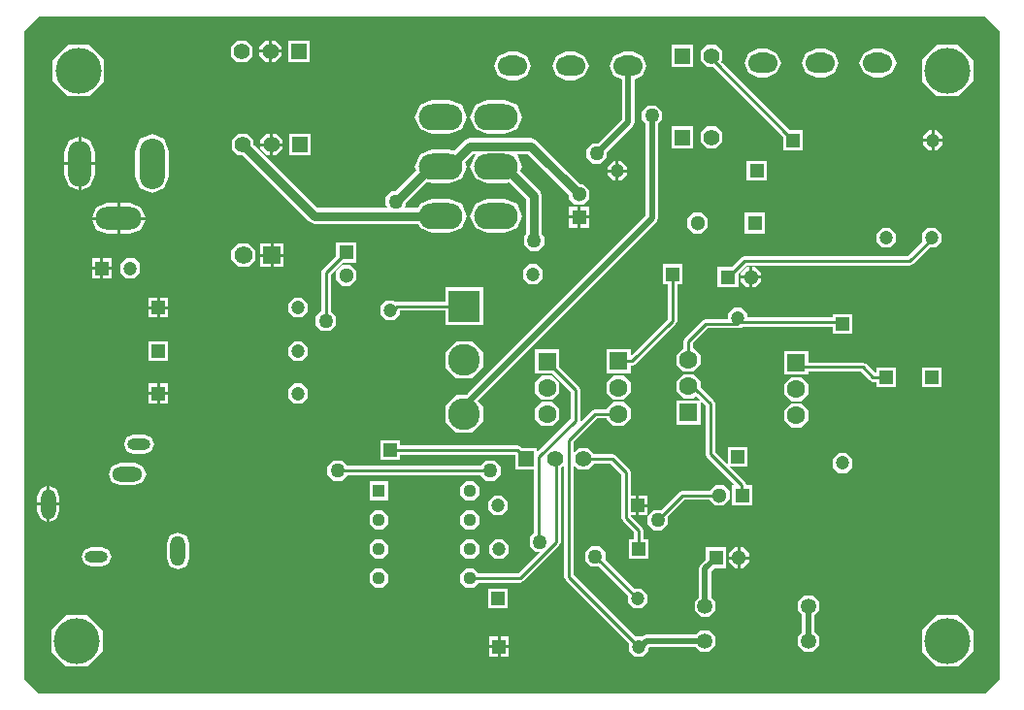
<source format=gtl>
G04*
G04 #@! TF.GenerationSoftware,Altium Limited,Altium Designer,24.1.2 (44)*
G04*
G04 Layer_Physical_Order=1*
G04 Layer_Color=255*
%FSLAX44Y44*%
%MOMM*%
G71*
G04*
G04 #@! TF.SameCoordinates,E9BD1FF1-B1AA-42C1-8D7E-3D4E88507192*
G04*
G04*
G04 #@! TF.FilePolarity,Positive*
G04*
G01*
G75*
%ADD14C,0.2540*%
%ADD19R,1.2000X1.2000*%
%ADD20C,1.2000*%
%ADD21R,1.2000X1.2000*%
%ADD25R,1.4000X1.4000*%
%ADD26C,1.4000*%
%ADD34C,1.3000*%
%ADD35R,1.3000X1.3000*%
G04:AMPARAMS|DCode=37|XSize=1.778mm|YSize=2.54mm|CornerRadius=0.889mm|HoleSize=0mm|Usage=FLASHONLY|Rotation=270.000|XOffset=0mm|YOffset=0mm|HoleType=Round|Shape=RoundedRectangle|*
%AMROUNDEDRECTD37*
21,1,1.7780,0.7620,0,0,270.0*
21,1,0.0000,2.5400,0,0,270.0*
1,1,1.7780,-0.3810,0.0000*
1,1,1.7780,-0.3810,0.0000*
1,1,1.7780,0.3810,0.0000*
1,1,1.7780,0.3810,0.0000*
%
%ADD37ROUNDEDRECTD37*%
%ADD48C,0.7620*%
%ADD49C,0.5080*%
%ADD50R,1.6000X1.6000*%
%ADD51C,1.6000*%
%ADD52R,1.1300X1.1300*%
%ADD53C,1.1300*%
G04:AMPARAMS|DCode=54|XSize=2.286mm|YSize=3.81mm|CornerRadius=1.143mm|HoleSize=0mm|Usage=FLASHONLY|Rotation=270.000|XOffset=0mm|YOffset=0mm|HoleType=Round|Shape=RoundedRectangle|*
%AMROUNDEDRECTD54*
21,1,2.2860,1.5240,0,0,270.0*
21,1,0.0000,3.8100,0,0,270.0*
1,1,2.2860,-0.7620,0.0000*
1,1,2.2860,-0.7620,0.0000*
1,1,2.2860,0.7620,0.0000*
1,1,2.2860,0.7620,0.0000*
%
%ADD54ROUNDEDRECTD54*%
%ADD55R,2.7750X2.7750*%
%ADD56C,2.7750*%
%ADD57C,1.3500*%
%ADD58R,1.3000X1.3000*%
%ADD59O,1.3080X2.6160*%
%ADD60O,2.0160X1.0080*%
%ADD61O,2.6160X1.3080*%
%ADD62R,1.5750X1.5750*%
%ADD63C,1.5750*%
%ADD64O,2.2000X4.4000*%
%ADD65O,4.0000X2.0000*%
%ADD66O,2.0000X4.0000*%
%ADD67C,4.0000*%
%ADD68C,1.2700*%
G36*
X1111250Y1943100D02*
Y1377950D01*
X1098550Y1365250D01*
X273050D01*
X260350Y1377950D01*
Y1943100D01*
X273050Y1955800D01*
X1098550D01*
X1111250Y1943100D01*
D02*
G37*
%LPC*%
G36*
X478932Y1935030D02*
X476250D01*
Y1926760D01*
X484520D01*
Y1929442D01*
X478932Y1935030D01*
D02*
G37*
G36*
X473710D02*
X471028D01*
X465440Y1929442D01*
Y1926760D01*
X473710D01*
Y1935030D01*
D02*
G37*
G36*
X509520D02*
X490440D01*
Y1915950D01*
X509520D01*
Y1935030D01*
D02*
G37*
G36*
X484520Y1924220D02*
X476250D01*
Y1915950D01*
X478932D01*
X484520Y1921538D01*
Y1924220D01*
D02*
G37*
G36*
X473710D02*
X465440D01*
Y1921538D01*
X471028Y1915950D01*
X473710D01*
Y1924220D01*
D02*
G37*
G36*
X453932Y1935030D02*
X446028D01*
X440440Y1929442D01*
Y1921538D01*
X446028Y1915950D01*
X453932D01*
X459520Y1921538D01*
Y1929442D01*
X453932Y1935030D01*
D02*
G37*
G36*
X843930Y1931050D02*
X824850D01*
Y1911970D01*
X843930D01*
Y1931050D01*
D02*
G37*
G36*
X1008634Y1927532D02*
X1001014D01*
X992266Y1923908D01*
X988642Y1915160D01*
X992266Y1906412D01*
X1001014Y1902788D01*
X1008634D01*
X1017382Y1906412D01*
X1021006Y1915160D01*
X1017382Y1923908D01*
X1008634Y1927532D01*
D02*
G37*
G36*
X958342D02*
X950722D01*
X941974Y1923908D01*
X938350Y1915160D01*
X941974Y1906412D01*
X950722Y1902788D01*
X958342D01*
X967090Y1906412D01*
X970714Y1915160D01*
X967090Y1923908D01*
X958342Y1927532D01*
D02*
G37*
G36*
X908050D02*
X900430D01*
X891682Y1923908D01*
X888058Y1915160D01*
X891682Y1906412D01*
X900430Y1902788D01*
X908050D01*
X916798Y1906412D01*
X920422Y1915160D01*
X916798Y1923908D01*
X908050Y1927532D01*
D02*
G37*
G36*
X740410Y1924992D02*
X732790D01*
X724042Y1921368D01*
X720418Y1912620D01*
X724042Y1903872D01*
X732790Y1900248D01*
X740410D01*
X749158Y1903872D01*
X752782Y1912620D01*
X749158Y1921368D01*
X740410Y1924992D01*
D02*
G37*
G36*
X690118D02*
X682498D01*
X673750Y1921368D01*
X670126Y1912620D01*
X673750Y1903872D01*
X682498Y1900248D01*
X690118D01*
X698866Y1903872D01*
X702490Y1912620D01*
X698866Y1921368D01*
X690118Y1924992D01*
D02*
G37*
G36*
X1074866Y1931350D02*
X1056194D01*
X1042990Y1918146D01*
Y1899474D01*
X1056194Y1886270D01*
X1074866D01*
X1088070Y1899474D01*
Y1918146D01*
X1074866Y1931350D01*
D02*
G37*
G36*
X316676D02*
X298004D01*
X284800Y1918146D01*
Y1899474D01*
X298004Y1886270D01*
X316676D01*
X329880Y1899474D01*
Y1918146D01*
X316676Y1931350D01*
D02*
G37*
G36*
X679450Y1883291D02*
X664210D01*
X653518Y1878862D01*
X649089Y1868170D01*
X653518Y1857478D01*
X664210Y1853049D01*
X679450D01*
X690142Y1857478D01*
X694571Y1868170D01*
X690142Y1878862D01*
X679450Y1883291D01*
D02*
G37*
G36*
X631190D02*
X615950D01*
X605258Y1878862D01*
X600829Y1868170D01*
X605258Y1857478D01*
X615950Y1853049D01*
X631190D01*
X641882Y1857478D01*
X646311Y1868170D01*
X641882Y1878862D01*
X631190Y1883291D01*
D02*
G37*
G36*
X1056307Y1856390D02*
X1054040D01*
Y1849120D01*
X1061310D01*
Y1851387D01*
X1056307Y1856390D01*
D02*
G37*
G36*
X1051500D02*
X1049233D01*
X1044230Y1851387D01*
Y1849120D01*
X1051500D01*
Y1856390D01*
D02*
G37*
G36*
X479802Y1853580D02*
X477120D01*
Y1845310D01*
X485390D01*
Y1847992D01*
X479802Y1853580D01*
D02*
G37*
G36*
X474580D02*
X471898D01*
X466310Y1847992D01*
Y1845310D01*
X474580D01*
Y1853580D01*
D02*
G37*
G36*
X863742Y1859930D02*
X855838D01*
X850250Y1854342D01*
Y1846438D01*
X855838Y1840850D01*
X863742D01*
X869330Y1846438D01*
Y1854342D01*
X863742Y1859930D01*
D02*
G37*
G36*
X843930D02*
X824850D01*
Y1840850D01*
X843930D01*
Y1859930D01*
D02*
G37*
G36*
X1061310Y1846580D02*
X1054040D01*
Y1839310D01*
X1056307D01*
X1061310Y1844313D01*
Y1846580D01*
D02*
G37*
G36*
X1051500D02*
X1044230D01*
Y1844313D01*
X1049233Y1839310D01*
X1051500D01*
Y1846580D01*
D02*
G37*
G36*
X863742Y1931050D02*
X855838D01*
X850250Y1925462D01*
Y1917558D01*
X855838Y1911970D01*
X861018D01*
X922430Y1850558D01*
Y1839310D01*
X939510D01*
Y1856390D01*
X928262D01*
X868212Y1916440D01*
X869330Y1917558D01*
Y1925462D01*
X863742Y1931050D01*
D02*
G37*
G36*
X510390Y1853580D02*
X491310D01*
Y1834500D01*
X510390D01*
Y1853580D01*
D02*
G37*
G36*
X485390Y1842770D02*
X477120D01*
Y1834500D01*
X479802D01*
X485390Y1840088D01*
Y1842770D01*
D02*
G37*
G36*
X474580D02*
X466310D01*
Y1840088D01*
X471898Y1834500D01*
X474580D01*
Y1842770D01*
D02*
G37*
G36*
X309880Y1850577D02*
Y1828800D01*
X322183D01*
Y1837530D01*
X318208Y1847128D01*
X309880Y1850577D01*
D02*
G37*
G36*
X307340D02*
X299012Y1847128D01*
X295037Y1837530D01*
Y1828800D01*
X307340D01*
Y1850577D01*
D02*
G37*
G36*
X790702Y1924992D02*
X783082D01*
X774334Y1921368D01*
X770710Y1912620D01*
X774334Y1903872D01*
X781394Y1900948D01*
Y1866130D01*
X760574Y1845310D01*
X755778D01*
X750570Y1840102D01*
Y1832738D01*
X755778Y1827530D01*
X763142D01*
X768350Y1832738D01*
Y1837534D01*
X790780Y1859964D01*
X792391Y1863852D01*
Y1900948D01*
X799450Y1903872D01*
X803074Y1912620D01*
X799450Y1921368D01*
X790702Y1924992D01*
D02*
G37*
G36*
X780837Y1829720D02*
X778570D01*
Y1822450D01*
X785840D01*
Y1824717D01*
X780837Y1829720D01*
D02*
G37*
G36*
X776030D02*
X773763D01*
X768760Y1824717D01*
Y1822450D01*
X776030D01*
Y1829720D01*
D02*
G37*
G36*
X907640D02*
X890560D01*
Y1812640D01*
X907640D01*
Y1829720D01*
D02*
G37*
G36*
X785840Y1819910D02*
X778570D01*
Y1812640D01*
X780837D01*
X785840Y1817643D01*
Y1819910D01*
D02*
G37*
G36*
X776030D02*
X768760D01*
Y1817643D01*
X773763Y1812640D01*
X776030D01*
Y1819910D01*
D02*
G37*
G36*
X322183Y1826260D02*
X309880D01*
Y1804483D01*
X318208Y1807932D01*
X322183Y1817530D01*
Y1826260D01*
D02*
G37*
G36*
X307340D02*
X295037D01*
Y1817530D01*
X299012Y1807932D01*
X307340Y1804483D01*
Y1826260D01*
D02*
G37*
G36*
X371610Y1853186D02*
X361247Y1848893D01*
X356954Y1838530D01*
Y1816530D01*
X361247Y1806167D01*
X371610Y1801874D01*
X381973Y1806167D01*
X386266Y1816530D01*
Y1838530D01*
X381973Y1848893D01*
X371610Y1853186D01*
D02*
G37*
G36*
X454802Y1853580D02*
X446898D01*
X441310Y1847992D01*
Y1840088D01*
X446898Y1834500D01*
X450670D01*
X508220Y1776950D01*
X513080Y1774937D01*
X603676D01*
X605258Y1771118D01*
X615950Y1766689D01*
X631190D01*
X641882Y1771118D01*
X646311Y1781810D01*
X641882Y1792502D01*
X631190Y1796931D01*
X615950D01*
X605258Y1792502D01*
X603676Y1788683D01*
X590946D01*
X593090Y1790828D01*
Y1793045D01*
X611682Y1811637D01*
X615950Y1809869D01*
X631190D01*
X641882Y1814298D01*
X646311Y1824990D01*
X644729Y1828809D01*
X651817Y1835897D01*
X654036D01*
X653518Y1835682D01*
X649089Y1824990D01*
X653518Y1814298D01*
X664210Y1809869D01*
X679450D01*
X683269Y1811451D01*
X697977Y1796743D01*
Y1765919D01*
X695960Y1763902D01*
Y1756538D01*
X701168Y1751330D01*
X708532D01*
X713740Y1756538D01*
Y1763902D01*
X711723Y1765919D01*
Y1799590D01*
X711723Y1799590D01*
X710300Y1803027D01*
X709710Y1804450D01*
X709710Y1804450D01*
X692989Y1821171D01*
X694571Y1824990D01*
X690142Y1835682D01*
X689624Y1835897D01*
X699263D01*
X735150Y1800010D01*
Y1796945D01*
X740445Y1791650D01*
X747934D01*
X753230Y1796945D01*
Y1804434D01*
X747934Y1809730D01*
X744870D01*
X706970Y1847630D01*
X702110Y1849643D01*
X648970D01*
X644110Y1847630D01*
X644110Y1847630D01*
X635009Y1838529D01*
X631190Y1840111D01*
X615950D01*
X605258Y1835682D01*
X600829Y1824990D01*
X602225Y1821620D01*
X584005Y1803400D01*
X580518D01*
X575310Y1798192D01*
Y1790828D01*
X577454Y1788683D01*
X515927D01*
X460390Y1844220D01*
Y1847992D01*
X454802Y1853580D01*
D02*
G37*
G36*
X753230Y1789730D02*
X745460D01*
Y1781960D01*
X753230D01*
Y1789730D01*
D02*
G37*
G36*
X742920D02*
X735150D01*
Y1781960D01*
X742920D01*
Y1789730D01*
D02*
G37*
G36*
X352610Y1793103D02*
X343880D01*
Y1780800D01*
X365657D01*
X362208Y1789128D01*
X352610Y1793103D01*
D02*
G37*
G36*
X341340D02*
X332610D01*
X323012Y1789128D01*
X319563Y1780800D01*
X341340D01*
Y1793103D01*
D02*
G37*
G36*
X753230Y1779420D02*
X745460D01*
Y1771650D01*
X753230D01*
Y1779420D01*
D02*
G37*
G36*
X742920D02*
X735150D01*
Y1771650D01*
X742920D01*
Y1779420D01*
D02*
G37*
G36*
X679450Y1796931D02*
X664210D01*
X653518Y1792502D01*
X649089Y1781810D01*
X653518Y1771118D01*
X664210Y1766689D01*
X679450D01*
X690142Y1771118D01*
X694571Y1781810D01*
X690142Y1792502D01*
X679450Y1796931D01*
D02*
G37*
G36*
X906530Y1784500D02*
X888450D01*
Y1766420D01*
X906530D01*
Y1784500D01*
D02*
G37*
G36*
X851235D02*
X843745D01*
X838450Y1779205D01*
Y1771716D01*
X843745Y1766420D01*
X851235D01*
X856530Y1771716D01*
Y1779205D01*
X851235Y1784500D01*
D02*
G37*
G36*
X365657Y1778260D02*
X343880D01*
Y1765957D01*
X352610D01*
X362208Y1769932D01*
X365657Y1778260D01*
D02*
G37*
G36*
X341340D02*
X319563D01*
X323012Y1769932D01*
X332610Y1765957D01*
X341340D01*
Y1778260D01*
D02*
G37*
G36*
X1015727Y1771300D02*
X1008653D01*
X1003650Y1766297D01*
Y1759223D01*
X1008653Y1754220D01*
X1015727D01*
X1020730Y1759223D01*
Y1766297D01*
X1015727Y1771300D01*
D02*
G37*
G36*
X486665Y1757935D02*
X477520D01*
Y1748790D01*
X486665D01*
Y1757935D01*
D02*
G37*
G36*
X474980D02*
X465835D01*
Y1748790D01*
X474980D01*
Y1757935D01*
D02*
G37*
G36*
X336400Y1744630D02*
X329130D01*
Y1737360D01*
X336400D01*
Y1744630D01*
D02*
G37*
G36*
X326590D02*
X319320D01*
Y1737360D01*
X326590D01*
Y1744630D01*
D02*
G37*
G36*
X486665Y1746250D02*
X477520D01*
Y1737105D01*
X486665D01*
Y1746250D01*
D02*
G37*
G36*
X474980D02*
X465835D01*
Y1737105D01*
X474980D01*
Y1746250D01*
D02*
G37*
G36*
X455564Y1757935D02*
X446936D01*
X440835Y1751834D01*
Y1743206D01*
X446936Y1737105D01*
X455564D01*
X461665Y1743206D01*
Y1751834D01*
X455564Y1757935D01*
D02*
G37*
G36*
X897824Y1737510D02*
X895350D01*
Y1729740D01*
X903120D01*
Y1732215D01*
X897824Y1737510D01*
D02*
G37*
G36*
X892810D02*
X890335D01*
X885040Y1732215D01*
Y1729740D01*
X892810D01*
Y1737510D01*
D02*
G37*
G36*
X356397Y1744630D02*
X349323D01*
X344320Y1739627D01*
Y1732553D01*
X349323Y1727550D01*
X356397D01*
X361400Y1732553D01*
Y1739627D01*
X356397Y1744630D01*
D02*
G37*
G36*
X336400Y1734820D02*
X329130D01*
Y1727550D01*
X336400D01*
Y1734820D01*
D02*
G37*
G36*
X326590D02*
X319320D01*
Y1727550D01*
X326590D01*
Y1734820D01*
D02*
G37*
G36*
X707237Y1739550D02*
X700163D01*
X695160Y1734547D01*
Y1727473D01*
X700163Y1722470D01*
X707237D01*
X712240Y1727473D01*
Y1734547D01*
X707237Y1739550D01*
D02*
G37*
G36*
X544765Y1738940D02*
X537276D01*
X531980Y1733645D01*
Y1726156D01*
X537276Y1720860D01*
X544765D01*
X550060Y1726156D01*
Y1733645D01*
X544765Y1738940D01*
D02*
G37*
G36*
X903120Y1727200D02*
X895350D01*
Y1719430D01*
X897824D01*
X903120Y1724725D01*
Y1727200D01*
D02*
G37*
G36*
X892810D02*
X885040D01*
Y1724725D01*
X890335Y1719430D01*
X892810D01*
Y1727200D01*
D02*
G37*
G36*
X1055097Y1771240D02*
X1048023D01*
X1043020Y1766237D01*
Y1759163D01*
X1043210Y1758972D01*
X1030802Y1746564D01*
X888050D01*
X885134Y1745356D01*
X877288Y1737510D01*
X865040D01*
Y1719430D01*
X883120D01*
Y1731678D01*
X889758Y1738316D01*
X1032510D01*
X1035426Y1739524D01*
X1050062Y1754160D01*
X1055097D01*
X1060100Y1759163D01*
Y1766237D01*
X1055097Y1771240D01*
D02*
G37*
G36*
X660305Y1719495D02*
X627475D01*
Y1707204D01*
X585620D01*
X583862Y1706476D01*
X582657Y1707680D01*
X575583D01*
X570580Y1702677D01*
Y1695603D01*
X575583Y1690600D01*
X582657D01*
X587660Y1695603D01*
Y1698956D01*
X627475D01*
Y1686665D01*
X660305D01*
Y1719495D01*
D02*
G37*
G36*
X385790Y1710340D02*
X378520D01*
Y1703070D01*
X385790D01*
Y1710340D01*
D02*
G37*
G36*
X375980D02*
X368710D01*
Y1703070D01*
X375980D01*
Y1710340D01*
D02*
G37*
G36*
X502587D02*
X495513D01*
X490510Y1705337D01*
Y1698263D01*
X495513Y1693260D01*
X502587D01*
X507590Y1698263D01*
Y1705337D01*
X502587Y1710340D01*
D02*
G37*
G36*
X385790Y1700530D02*
X378520D01*
Y1693260D01*
X385790D01*
Y1700530D01*
D02*
G37*
G36*
X375980D02*
X368710D01*
Y1693260D01*
X375980D01*
Y1700530D01*
D02*
G37*
G36*
X550060Y1758940D02*
X531980D01*
Y1746692D01*
X520324Y1735036D01*
X519116Y1732120D01*
Y1698818D01*
X514350Y1694052D01*
Y1686688D01*
X519558Y1681480D01*
X526922D01*
X532130Y1686688D01*
Y1694052D01*
X527364Y1698818D01*
Y1730412D01*
X537812Y1740860D01*
X550060D01*
Y1758940D01*
D02*
G37*
G36*
X886187Y1701450D02*
X879113D01*
X874110Y1696447D01*
Y1691894D01*
X854650D01*
X851734Y1690686D01*
X836554Y1675506D01*
X835346Y1672590D01*
Y1666660D01*
X835104D01*
X828930Y1660486D01*
Y1651754D01*
X835104Y1645580D01*
X843836D01*
X850010Y1651754D01*
Y1660486D01*
X843836Y1666660D01*
X843594D01*
Y1670882D01*
X856358Y1683646D01*
X882650D01*
X884398Y1684370D01*
X886187D01*
X886733Y1684916D01*
X965550D01*
Y1679230D01*
X982630D01*
Y1696310D01*
X965550D01*
Y1693164D01*
X891190D01*
Y1696447D01*
X886187Y1701450D01*
D02*
G37*
G36*
X834040Y1739550D02*
X816960D01*
Y1722470D01*
X821376D01*
Y1692078D01*
X789050Y1659752D01*
Y1665430D01*
X767970D01*
Y1644350D01*
X789050D01*
Y1650766D01*
X790020D01*
X792936Y1651974D01*
X828416Y1687454D01*
X829624Y1690370D01*
Y1722470D01*
X834040D01*
Y1739550D01*
D02*
G37*
G36*
X502587Y1672240D02*
X495513D01*
X490510Y1667237D01*
Y1660163D01*
X495513Y1655160D01*
X502587D01*
X507590Y1660163D01*
Y1667237D01*
X502587Y1672240D01*
D02*
G37*
G36*
X385790D02*
X368710D01*
Y1655160D01*
X385790D01*
Y1672240D01*
D02*
G37*
G36*
X650689Y1672495D02*
X637091D01*
X627475Y1662879D01*
Y1649281D01*
X637091Y1639665D01*
X650689D01*
X660305Y1649281D01*
Y1662879D01*
X650689Y1672495D01*
D02*
G37*
G36*
X943990Y1664120D02*
X922910D01*
Y1643040D01*
X943990D01*
Y1645686D01*
X990082D01*
X997724Y1638044D01*
X1000640Y1636836D01*
X1003650D01*
Y1632420D01*
X1020730D01*
Y1649500D01*
X1003650D01*
Y1645084D01*
X1002348D01*
X994706Y1652726D01*
X991790Y1653934D01*
X943990D01*
Y1664120D01*
D02*
G37*
G36*
X1060100Y1649440D02*
X1043020D01*
Y1632360D01*
X1060100D01*
Y1649440D01*
D02*
G37*
G36*
X385790Y1635410D02*
X378520D01*
Y1628140D01*
X385790D01*
Y1635410D01*
D02*
G37*
G36*
X375980D02*
X368710D01*
Y1628140D01*
X375980D01*
Y1635410D01*
D02*
G37*
G36*
X782876Y1642530D02*
X774144D01*
X767970Y1636356D01*
Y1627624D01*
X774144Y1621450D01*
X782876D01*
X789050Y1627624D01*
Y1636356D01*
X782876Y1642530D01*
D02*
G37*
G36*
X720646Y1642490D02*
X711914D01*
X705740Y1636316D01*
Y1627584D01*
X711914Y1621410D01*
X720646D01*
X726820Y1627584D01*
Y1636316D01*
X720646Y1642490D01*
D02*
G37*
G36*
X937816Y1641220D02*
X929084D01*
X922910Y1635046D01*
Y1626314D01*
X929084Y1620140D01*
X937816D01*
X943990Y1626314D01*
Y1635046D01*
X937816Y1641220D01*
D02*
G37*
G36*
X502587Y1635410D02*
X495513D01*
X490510Y1630407D01*
Y1623333D01*
X495513Y1618330D01*
X502587D01*
X507590Y1623333D01*
Y1630407D01*
X502587Y1635410D01*
D02*
G37*
G36*
X385790Y1625600D02*
X378520D01*
Y1618330D01*
X385790D01*
Y1625600D01*
D02*
G37*
G36*
X375980D02*
X368710D01*
Y1618330D01*
X375980D01*
Y1625600D01*
D02*
G37*
G36*
X726820Y1665390D02*
X705740D01*
Y1644310D01*
X720988D01*
X737032Y1628266D01*
Y1604841D01*
X707570Y1575380D01*
Y1579260D01*
X694322D01*
X693326Y1580256D01*
X690410Y1581464D01*
X587660D01*
Y1585880D01*
X570580D01*
Y1568800D01*
X587660D01*
Y1573216D01*
X688490D01*
Y1560180D01*
X705063D01*
Y1505035D01*
X701040Y1501012D01*
Y1493648D01*
X706248Y1488440D01*
X709576D01*
X690840Y1469704D01*
X656429D01*
X652362Y1473770D01*
X645578D01*
X640780Y1468972D01*
Y1462188D01*
X645578Y1457390D01*
X652362D01*
X656429Y1461456D01*
X692548D01*
X695464Y1462664D01*
X726816Y1494016D01*
X728024Y1496932D01*
Y1561222D01*
X731206Y1564404D01*
Y1466850D01*
X732414Y1463934D01*
X787750Y1408598D01*
Y1402353D01*
X792753Y1397350D01*
X799827D01*
X804830Y1402353D01*
Y1404781D01*
X805520Y1405471D01*
X846520D01*
X850312Y1401680D01*
X858008D01*
X863450Y1407122D01*
Y1414818D01*
X858008Y1420260D01*
X850312D01*
X846520Y1416469D01*
X803242D01*
X799354Y1414858D01*
X798926Y1414430D01*
X793582D01*
X739454Y1468558D01*
Y1564805D01*
X744078Y1560180D01*
X751982D01*
X757398Y1565596D01*
X771722D01*
X781026Y1556292D01*
Y1518145D01*
X782234Y1515228D01*
X792106Y1505356D01*
Y1499520D01*
X787690D01*
Y1482440D01*
X804770D01*
Y1499520D01*
X800354D01*
Y1507065D01*
X799146Y1509980D01*
X789274Y1519853D01*
Y1520540D01*
X793690D01*
Y1529080D01*
Y1537620D01*
X789274D01*
Y1558000D01*
X788066Y1560916D01*
X776346Y1572636D01*
X773430Y1573844D01*
X757398D01*
X751982Y1579260D01*
X744078D01*
X739454Y1574635D01*
Y1584522D01*
X759898Y1604966D01*
X767970D01*
Y1604724D01*
X774144Y1598550D01*
X782876D01*
X789050Y1604724D01*
Y1613456D01*
X782876Y1619630D01*
X774144D01*
X767970Y1613456D01*
Y1613214D01*
X758190D01*
X755274Y1612006D01*
X744486Y1601219D01*
X745280Y1603133D01*
Y1629974D01*
X744072Y1632890D01*
X726820Y1650142D01*
Y1665390D01*
D02*
G37*
G36*
X720646Y1619590D02*
X711914D01*
X705740Y1613416D01*
Y1604684D01*
X711914Y1598510D01*
X720646D01*
X726820Y1604684D01*
Y1613416D01*
X720646Y1619590D01*
D02*
G37*
G36*
X937816Y1618320D02*
X929084D01*
X922910Y1612146D01*
Y1603414D01*
X929084Y1597240D01*
X937816D01*
X943990Y1603414D01*
Y1612146D01*
X937816Y1618320D01*
D02*
G37*
G36*
X811402Y1878330D02*
X804038D01*
X798830Y1873122D01*
Y1865758D01*
X802222Y1862366D01*
Y1781912D01*
X646759Y1626449D01*
X646364Y1625495D01*
X637091D01*
X627475Y1615879D01*
Y1602281D01*
X637091Y1592665D01*
X650689D01*
X660305Y1602281D01*
Y1615879D01*
X656023Y1620161D01*
X811608Y1775746D01*
X813219Y1779634D01*
Y1862366D01*
X816610Y1865758D01*
Y1873122D01*
X811402Y1878330D01*
D02*
G37*
G36*
X365320Y1590555D02*
X355240D01*
X349439Y1588152D01*
X347035Y1582350D01*
X349439Y1576548D01*
X355240Y1574146D01*
X365320D01*
X371121Y1576548D01*
X373525Y1582350D01*
X371121Y1588152D01*
X365320Y1590555D01*
D02*
G37*
G36*
X670432Y1568450D02*
X663068D01*
X658302Y1563684D01*
X541848D01*
X537082Y1568450D01*
X529718D01*
X524510Y1563242D01*
Y1555878D01*
X529718Y1550670D01*
X537082D01*
X541848Y1555436D01*
X658302D01*
X663068Y1550670D01*
X670432D01*
X675640Y1555878D01*
Y1563242D01*
X670432Y1568450D01*
D02*
G37*
G36*
X977627Y1574510D02*
X970553D01*
X965550Y1569507D01*
Y1562433D01*
X970553Y1557430D01*
X977627D01*
X982630Y1562433D01*
Y1569507D01*
X977627Y1574510D01*
D02*
G37*
G36*
X356820Y1566178D02*
X343740D01*
X336791Y1563300D01*
X333912Y1556350D01*
X336791Y1549400D01*
X343740Y1546522D01*
X356820D01*
X363769Y1549400D01*
X366648Y1556350D01*
X363769Y1563300D01*
X356820Y1566178D01*
D02*
G37*
G36*
X652362Y1549970D02*
X645578D01*
X640780Y1545172D01*
Y1538388D01*
X645578Y1533590D01*
X652362D01*
X657160Y1538388D01*
Y1545172D01*
X652362Y1549970D01*
D02*
G37*
G36*
X577760D02*
X561380D01*
Y1533590D01*
X577760D01*
Y1549970D01*
D02*
G37*
G36*
X282550Y1546192D02*
Y1531620D01*
X291108D01*
Y1536890D01*
X288230Y1543840D01*
X282550Y1546192D01*
D02*
G37*
G36*
X280010D02*
X274331Y1543840D01*
X271452Y1536890D01*
Y1531620D01*
X280010D01*
Y1546192D01*
D02*
G37*
G36*
X803500Y1537620D02*
X796230D01*
Y1530350D01*
X803500D01*
Y1537620D01*
D02*
G37*
G36*
X843836Y1643760D02*
X835104D01*
X828930Y1637586D01*
Y1628854D01*
X835104Y1622680D01*
X843836D01*
X845912Y1624756D01*
X849808Y1620860D01*
X828930D01*
Y1599780D01*
X850010D01*
Y1620658D01*
X854396Y1616272D01*
Y1574290D01*
X855604Y1571374D01*
X879968Y1547010D01*
X877420D01*
Y1528930D01*
X895500D01*
Y1547010D01*
X890052D01*
X888934Y1549708D01*
X876072Y1562570D01*
X891190D01*
Y1579650D01*
X874110D01*
Y1564532D01*
X862644Y1575998D01*
Y1617980D01*
X861436Y1620896D01*
X850102Y1632230D01*
X850010Y1632268D01*
Y1637586D01*
X843836Y1643760D01*
D02*
G37*
G36*
X870204Y1547010D02*
X862716D01*
X857800Y1542094D01*
X834390D01*
X831474Y1540886D01*
X815858Y1525270D01*
X809118D01*
X803910Y1520062D01*
Y1512698D01*
X809118Y1507490D01*
X816482D01*
X821690Y1512698D01*
Y1519438D01*
X836098Y1533846D01*
X857800D01*
X862716Y1528930D01*
X870204D01*
X875500Y1534225D01*
Y1541714D01*
X870204Y1547010D01*
D02*
G37*
G36*
X803500Y1527810D02*
X796230D01*
Y1520540D01*
X803500D01*
Y1527810D01*
D02*
G37*
G36*
X676697Y1537620D02*
X669623D01*
X664620Y1532617D01*
Y1525543D01*
X669623Y1520540D01*
X676697D01*
X681700Y1525543D01*
Y1532617D01*
X676697Y1537620D01*
D02*
G37*
G36*
X291108Y1529080D02*
X282550D01*
Y1514508D01*
X288230Y1516861D01*
X291108Y1523810D01*
Y1529080D01*
D02*
G37*
G36*
X280010D02*
X271452D01*
Y1523810D01*
X274331Y1516861D01*
X280010Y1514508D01*
Y1529080D01*
D02*
G37*
G36*
X652362Y1524570D02*
X645578D01*
X640780Y1519772D01*
Y1512988D01*
X645578Y1508190D01*
X652362D01*
X657160Y1512988D01*
Y1519772D01*
X652362Y1524570D01*
D02*
G37*
G36*
X572962D02*
X566178D01*
X561380Y1519772D01*
Y1512988D01*
X566178Y1508190D01*
X572962D01*
X577760Y1512988D01*
Y1519772D01*
X572962Y1524570D01*
D02*
G37*
G36*
X887505Y1492400D02*
X885030D01*
Y1484630D01*
X892800D01*
Y1487104D01*
X887505Y1492400D01*
D02*
G37*
G36*
X882490D02*
X880015D01*
X874720Y1487104D01*
Y1484630D01*
X882490D01*
Y1492400D01*
D02*
G37*
G36*
X652362Y1499170D02*
X645578D01*
X640780Y1494372D01*
Y1487588D01*
X645578Y1482790D01*
X652362D01*
X657160Y1487588D01*
Y1494372D01*
X652362Y1499170D01*
D02*
G37*
G36*
X572962D02*
X566178D01*
X561380Y1494372D01*
Y1487588D01*
X566178Y1482790D01*
X572962D01*
X577760Y1487588D01*
Y1494372D01*
X572962Y1499170D01*
D02*
G37*
G36*
X677967Y1499520D02*
X670893D01*
X665890Y1494517D01*
Y1487443D01*
X670893Y1482440D01*
X677967D01*
X682970Y1487443D01*
Y1494517D01*
X677967Y1499520D01*
D02*
G37*
G36*
X328320Y1492554D02*
X318240D01*
X312439Y1490152D01*
X310035Y1484350D01*
X312439Y1478548D01*
X318240Y1476145D01*
X328320D01*
X334122Y1478548D01*
X336525Y1484350D01*
X334122Y1490152D01*
X328320Y1492554D01*
D02*
G37*
G36*
X892800Y1482090D02*
X885030D01*
Y1474320D01*
X887505D01*
X892800Y1479615D01*
Y1482090D01*
D02*
G37*
G36*
X882490D02*
X874720D01*
Y1479615D01*
X880015Y1474320D01*
X882490D01*
Y1482090D01*
D02*
G37*
G36*
X394280Y1505718D02*
X387331Y1502840D01*
X384452Y1495890D01*
Y1482810D01*
X387331Y1475860D01*
X394280Y1472982D01*
X401230Y1475860D01*
X404108Y1482810D01*
Y1495890D01*
X401230Y1502840D01*
X394280Y1505718D01*
D02*
G37*
G36*
X572962Y1473770D02*
X566178D01*
X561380Y1468972D01*
Y1462188D01*
X566178Y1457390D01*
X572962D01*
X577760Y1462188D01*
Y1468972D01*
X572962Y1473770D01*
D02*
G37*
G36*
X761872Y1493520D02*
X754508D01*
X749300Y1488312D01*
Y1480948D01*
X754508Y1475740D01*
X761248D01*
X786480Y1450508D01*
Y1444263D01*
X791483Y1439260D01*
X798557D01*
X803560Y1444263D01*
Y1451337D01*
X798557Y1456340D01*
X792312D01*
X767080Y1481572D01*
Y1488312D01*
X761872Y1493520D01*
D02*
G37*
G36*
X681760Y1456340D02*
X664680D01*
Y1439260D01*
X681760D01*
Y1456340D01*
D02*
G37*
G36*
X872800Y1492400D02*
X854720D01*
Y1482096D01*
X850272Y1477648D01*
X848661Y1473760D01*
Y1449090D01*
X844870Y1445298D01*
Y1437602D01*
X850312Y1432160D01*
X858008D01*
X863450Y1437602D01*
Y1445298D01*
X859659Y1449090D01*
Y1471482D01*
X862496Y1474320D01*
X872800D01*
Y1492400D01*
D02*
G37*
G36*
X683030Y1414430D02*
X675760D01*
Y1407160D01*
X683030D01*
Y1414430D01*
D02*
G37*
G36*
X673220D02*
X665950D01*
Y1407160D01*
X673220D01*
Y1414430D01*
D02*
G37*
G36*
X948008Y1450740D02*
X940312D01*
X934870Y1445298D01*
Y1437602D01*
X938661Y1433810D01*
Y1418609D01*
X934870Y1414818D01*
Y1407122D01*
X940312Y1401680D01*
X948008D01*
X953450Y1407122D01*
Y1414818D01*
X949659Y1418609D01*
Y1433810D01*
X953450Y1437602D01*
Y1445298D01*
X948008Y1450740D01*
D02*
G37*
G36*
X683030Y1404620D02*
X675760D01*
Y1397350D01*
X683030D01*
Y1404620D01*
D02*
G37*
G36*
X673220D02*
X665950D01*
Y1397350D01*
X673220D01*
Y1404620D01*
D02*
G37*
G36*
X1074866Y1433510D02*
X1056194D01*
X1042990Y1420306D01*
Y1401634D01*
X1056194Y1388430D01*
X1074866D01*
X1088070Y1401634D01*
Y1420306D01*
X1074866Y1433510D01*
D02*
G37*
G36*
X315406D02*
X296734D01*
X283530Y1420306D01*
Y1401634D01*
X296734Y1388430D01*
X315406D01*
X328610Y1401634D01*
Y1420306D01*
X315406Y1433510D01*
D02*
G37*
%LPD*%
D14*
X1032510Y1742440D02*
X1051560Y1761490D01*
Y1762700D01*
X888050Y1742440D02*
X1032510D01*
X874080Y1728470D02*
X888050Y1742440D01*
X812800Y1516380D02*
X834390Y1537970D01*
X843112Y1633220D02*
X847018Y1629314D01*
X847186D01*
X858520Y1574290D02*
Y1617980D01*
X839470Y1633220D02*
X843112D01*
X847186Y1629314D02*
X858520Y1617980D01*
X716280Y1654850D02*
X741156Y1629974D01*
Y1603133D02*
Y1629974D01*
X709187Y1571165D02*
X741156Y1603133D01*
X735330Y1586230D02*
X758190Y1609090D01*
X778510D01*
X735330Y1466850D02*
Y1586230D01*
X839470Y1656120D02*
Y1672590D01*
X854650Y1687770D02*
X882650D01*
X839470Y1672590D02*
X854650Y1687770D01*
X834390Y1537970D02*
X866460D01*
X886018Y1538412D02*
Y1546792D01*
X858520Y1574290D02*
X886018Y1546792D01*
Y1538412D02*
X886460Y1537970D01*
X735330Y1466850D02*
X796290Y1405890D01*
X825500Y1690370D02*
Y1731010D01*
X790020Y1654890D02*
X825500Y1690370D01*
X778510Y1654890D02*
X790020D01*
X972820Y1689040D02*
X974090Y1687770D01*
X882650Y1689040D02*
X972820D01*
X933450Y1649810D02*
X991790D01*
X1000640Y1640960D02*
X1012190D01*
X991790Y1649810D02*
X1000640Y1640960D01*
X859790Y1919030D02*
X930970Y1847850D01*
X648970Y1465580D02*
X692548D01*
X723900Y1496932D02*
Y1568850D01*
X709187Y1498073D02*
Y1571165D01*
Y1498073D02*
X709930Y1497330D01*
X692548Y1465580D02*
X723900Y1496932D01*
X758190Y1484630D02*
X795020Y1447800D01*
X773430Y1569720D02*
X785150Y1558000D01*
X748030Y1569720D02*
X773430D01*
X785150Y1518145D02*
Y1558000D01*
X796230Y1490980D02*
Y1507065D01*
X785150Y1518145D02*
X796230Y1507065D01*
X859790Y1919030D02*
Y1921510D01*
X581680Y1699140D02*
X585620Y1703080D01*
X643890D01*
X579120Y1699140D02*
X581680D01*
X579120Y1577340D02*
X690410D01*
X698030Y1569720D01*
X723030D02*
X723900Y1568850D01*
X533400Y1559560D02*
X666750D01*
X523240Y1732120D02*
X541020Y1749900D01*
X523240Y1690370D02*
Y1732120D01*
D19*
X882650Y1571110D02*
D03*
X1051560Y1640900D02*
D03*
X579120Y1577340D02*
D03*
X1012190Y1640960D02*
D03*
X974090Y1687770D02*
D03*
D20*
X882650Y1692910D02*
D03*
X703700Y1731010D02*
D03*
X777300Y1821180D02*
D03*
X499050Y1701800D02*
D03*
Y1626870D02*
D03*
Y1663700D02*
D03*
X1052770Y1847850D02*
D03*
X1051560Y1762700D02*
D03*
X579120Y1699140D02*
D03*
X1012190Y1762760D02*
D03*
X974090Y1565970D02*
D03*
X674430Y1490980D02*
D03*
X673160Y1529080D02*
D03*
X795020Y1447800D02*
D03*
X796290Y1405890D02*
D03*
X352860Y1736090D02*
D03*
D21*
X825500Y1731010D02*
D03*
X899100Y1821180D02*
D03*
X377250Y1701800D02*
D03*
Y1626870D02*
D03*
Y1663700D02*
D03*
X930970Y1847850D02*
D03*
X796230Y1490980D02*
D03*
X794960Y1529080D02*
D03*
X673220Y1447800D02*
D03*
X674490Y1405890D02*
D03*
X327860Y1736090D02*
D03*
D25*
X698030Y1569720D02*
D03*
X500850Y1844040D02*
D03*
X834390Y1850390D02*
D03*
Y1921510D02*
D03*
X499980Y1925490D02*
D03*
D26*
X723030Y1569720D02*
D03*
X748030D02*
D03*
X450850Y1844040D02*
D03*
X475850D02*
D03*
X859790Y1850390D02*
D03*
Y1921510D02*
D03*
X449980Y1925490D02*
D03*
X474980D02*
D03*
D34*
X541020Y1729900D02*
D03*
X744190Y1800690D02*
D03*
X847490Y1775460D02*
D03*
X894080Y1728470D02*
D03*
X866460Y1537970D02*
D03*
X883760Y1483360D02*
D03*
D35*
X897490Y1775460D02*
D03*
X874080Y1728470D02*
D03*
X886460Y1537970D02*
D03*
X863760Y1483360D02*
D03*
D37*
X786892Y1912620D02*
D03*
X686308D02*
D03*
X736600D02*
D03*
X1004824Y1915160D02*
D03*
X904240D02*
D03*
X954532D02*
D03*
D48*
X702110Y1842770D02*
X744190Y1800690D01*
X648970Y1842770D02*
X702110D01*
X623570Y1824990D02*
X631190D01*
X615315D02*
X623570D01*
X704850Y1760220D02*
Y1799590D01*
X679450Y1824990D02*
X704850Y1799590D01*
X584200Y1794510D02*
X584835D01*
X615315Y1824990D01*
X513080Y1781810D02*
X623570D01*
X450850Y1844040D02*
X513080Y1781810D01*
X631190Y1824990D02*
X648970Y1842770D01*
D49*
X854160Y1441450D02*
Y1473760D01*
X863760Y1483360D01*
X807720Y1779634D02*
Y1869440D01*
X650647Y1622561D02*
X807720Y1779634D01*
X643890Y1609080D02*
Y1615214D01*
X650647Y1621972D02*
Y1622561D01*
X643890Y1615214D02*
X650647Y1621972D01*
X786892Y1863852D02*
Y1912620D01*
X759460Y1836420D02*
X786892Y1863852D01*
X671830Y1824990D02*
X679450D01*
X798163Y1405890D02*
X803242Y1410970D01*
X854160D01*
X796290Y1405890D02*
X798163D01*
X944160Y1410970D02*
Y1441450D01*
D50*
X716280Y1654850D02*
D03*
X778510Y1654890D02*
D03*
X839470Y1610320D02*
D03*
X933450Y1653580D02*
D03*
D51*
X716280Y1631950D02*
D03*
Y1609050D02*
D03*
X778510Y1631990D02*
D03*
Y1609090D02*
D03*
X839470Y1633220D02*
D03*
Y1656120D02*
D03*
X933450Y1607780D02*
D03*
Y1630680D02*
D03*
D52*
X569570Y1541780D02*
D03*
D53*
Y1516380D02*
D03*
Y1490980D02*
D03*
Y1465580D02*
D03*
X648970D02*
D03*
Y1490980D02*
D03*
Y1516380D02*
D03*
Y1541780D02*
D03*
D54*
X623570Y1868170D02*
D03*
X671830D02*
D03*
Y1824990D02*
D03*
Y1781810D02*
D03*
X623570Y1824990D02*
D03*
Y1781810D02*
D03*
D55*
X643890Y1703080D02*
D03*
D56*
Y1656080D02*
D03*
Y1609080D02*
D03*
D57*
X944160Y1410970D02*
D03*
X854160D02*
D03*
Y1441450D02*
D03*
X944160D02*
D03*
D58*
X541020Y1749900D02*
D03*
X744190Y1780690D02*
D03*
D59*
X281280Y1530350D02*
D03*
X394280Y1489350D02*
D03*
D60*
X360280Y1582350D02*
D03*
X323280Y1484350D02*
D03*
D61*
X350280Y1556350D02*
D03*
D62*
X476250Y1747520D02*
D03*
D63*
X451250D02*
D03*
D64*
X371610Y1827530D02*
D03*
D65*
X342610Y1779530D02*
D03*
D66*
X308610Y1827530D02*
D03*
D67*
X1065530Y1908810D02*
D03*
Y1410970D02*
D03*
X306070D02*
D03*
X307340Y1908810D02*
D03*
D68*
X812800Y1516380D02*
D03*
X807720Y1869440D02*
D03*
X709930Y1497330D02*
D03*
X758190Y1484630D02*
D03*
X666750Y1559560D02*
D03*
X533400D02*
D03*
X523240Y1690370D02*
D03*
X759460Y1836420D02*
D03*
X704850Y1760220D02*
D03*
X584200Y1794510D02*
D03*
M02*

</source>
